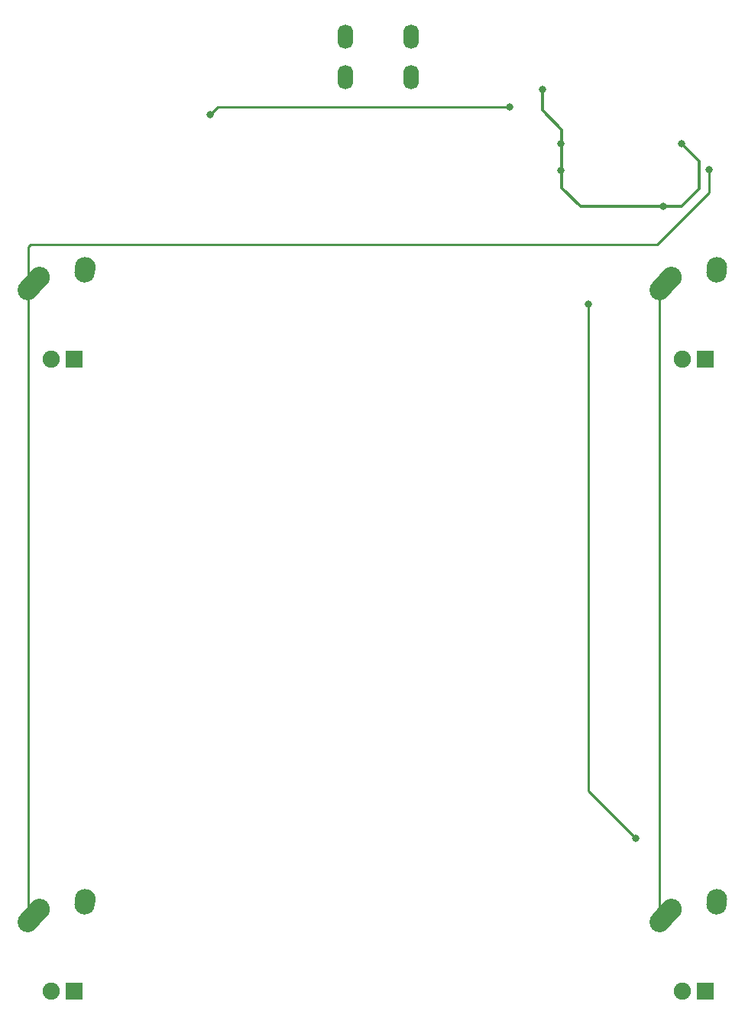
<source format=gbr>
%TF.GenerationSoftware,KiCad,Pcbnew,(6.0.7)*%
%TF.CreationDate,2022-11-22T16:32:00-03:00*%
%TF.ProjectId,BigKeysPCB,4269674b-6579-4735-9043-422e6b696361,rev?*%
%TF.SameCoordinates,Original*%
%TF.FileFunction,Copper,L1,Top*%
%TF.FilePolarity,Positive*%
%FSLAX46Y46*%
G04 Gerber Fmt 4.6, Leading zero omitted, Abs format (unit mm)*
G04 Created by KiCad (PCBNEW (6.0.7)) date 2022-11-22 16:32:00*
%MOMM*%
%LPD*%
G01*
G04 APERTURE LIST*
G04 Aperture macros list*
%AMHorizOval*
0 Thick line with rounded ends*
0 $1 width*
0 $2 $3 position (X,Y) of the first rounded end (center of the circle)*
0 $4 $5 position (X,Y) of the second rounded end (center of the circle)*
0 Add line between two ends*
20,1,$1,$2,$3,$4,$5,0*
0 Add two circle primitives to create the rounded ends*
1,1,$1,$2,$3*
1,1,$1,$4,$5*%
G04 Aperture macros list end*
%TA.AperFunction,ComponentPad*%
%ADD10HorizOval,2.250000X0.655001X0.730000X-0.655001X-0.730000X0*%
%TD*%
%TA.AperFunction,ComponentPad*%
%ADD11C,2.250000*%
%TD*%
%TA.AperFunction,ComponentPad*%
%ADD12HorizOval,2.250000X0.020000X0.290000X-0.020000X-0.290000X0*%
%TD*%
%TA.AperFunction,ComponentPad*%
%ADD13C,1.905000*%
%TD*%
%TA.AperFunction,ComponentPad*%
%ADD14R,1.905000X1.905000*%
%TD*%
%TA.AperFunction,ComponentPad*%
%ADD15O,1.700000X2.700000*%
%TD*%
%TA.AperFunction,ViaPad*%
%ADD16C,0.800000*%
%TD*%
%TA.AperFunction,Conductor*%
%ADD17C,0.304800*%
%TD*%
%TA.AperFunction,Conductor*%
%ADD18C,0.254000*%
%TD*%
G04 APERTURE END LIST*
D10*
%TO.P,MX4,1,COL*%
%TO.N,COL1*%
X172385001Y-139390000D03*
D11*
X173040000Y-138660000D03*
D12*
%TO.P,MX4,2,ROW*%
%TO.N,Net-(D4-Pad2)*%
X178060000Y-137870000D03*
D11*
X178080000Y-137580000D03*
D13*
%TO.P,MX4,3*%
%TO.N,N/C*%
X174270000Y-147740000D03*
D14*
%TO.P,MX4,4*%
X176810000Y-147740000D03*
%TD*%
D11*
%TO.P,MX2,1,COL*%
%TO.N,COL0*%
X103040000Y-138660000D03*
D10*
X102385001Y-139390000D03*
D12*
%TO.P,MX2,2,ROW*%
%TO.N,Net-(D2-Pad2)*%
X108060000Y-137870000D03*
D11*
X108080000Y-137580000D03*
D13*
%TO.P,MX2,3*%
%TO.N,N/C*%
X104270000Y-147740000D03*
D14*
%TO.P,MX2,4*%
X106810000Y-147740000D03*
%TD*%
D10*
%TO.P,MX3,1,COL*%
%TO.N,COL1*%
X172385001Y-69390000D03*
D11*
X173040000Y-68660000D03*
D12*
%TO.P,MX3,2,ROW*%
%TO.N,Net-(D3-Pad2)*%
X178060000Y-67870000D03*
D11*
X178080000Y-67580000D03*
D13*
%TO.P,MX3,3*%
%TO.N,N/C*%
X174270000Y-77740000D03*
D14*
%TO.P,MX3,4*%
X176810000Y-77740000D03*
%TD*%
D10*
%TO.P,MX1,1,COL*%
%TO.N,COL0*%
X102385001Y-69390000D03*
D11*
X103040000Y-68660000D03*
%TO.P,MX1,2,ROW*%
%TO.N,Net-(D1-Pad2)*%
X108080000Y-67580000D03*
D12*
X108060000Y-67870000D03*
D13*
%TO.P,MX1,3*%
%TO.N,N/C*%
X104270000Y-77740000D03*
D14*
%TO.P,MX1,4*%
X106810000Y-77740000D03*
%TD*%
D15*
%TO.P,USB1,6,SHIELD*%
%TO.N,GND*%
X136930500Y-42000000D03*
X144230500Y-42000000D03*
X136930500Y-46500000D03*
X144230500Y-46500000D03*
%TD*%
D16*
%TO.N,+5V*%
X174141000Y-53825481D03*
X160815526Y-56824981D03*
X172141000Y-60825481D03*
X160815526Y-53871981D03*
X158774185Y-47840962D03*
%TO.N,ROW1*%
X163862500Y-71608481D03*
X169069500Y-130790481D03*
%TO.N,COL0*%
X177197500Y-56733481D03*
%TO.N,Net-(R1-Pad2)*%
X121952500Y-50637481D03*
X155141000Y-49825481D03*
%TD*%
D17*
%TO.N,+5V*%
X158774185Y-47840962D02*
X158774185Y-50165666D01*
X158774185Y-50165666D02*
X160906000Y-52297481D01*
X160906000Y-52297481D02*
X160906000Y-54075481D01*
X176141000Y-58825481D02*
X176141000Y-55825481D01*
X172141000Y-60825481D02*
X174141000Y-60825481D01*
X160906000Y-58774481D02*
X162957000Y-60825481D01*
X160906000Y-56615481D02*
X160906000Y-58774481D01*
X160906000Y-53962455D02*
X160815526Y-53871981D01*
X160906000Y-54075481D02*
X160906000Y-53962455D01*
X160906000Y-56615481D02*
X160906000Y-56734507D01*
X176141000Y-55825481D02*
X174141000Y-53825481D01*
X160906000Y-54075481D02*
X160906000Y-56615481D01*
X160906000Y-56734507D02*
X160815526Y-56824981D01*
X162957000Y-60825481D02*
X172141000Y-60825481D01*
X174141000Y-60825481D02*
X176141000Y-58825481D01*
D18*
%TO.N,ROW1*%
X163862500Y-71608481D02*
X163862500Y-125583481D01*
X163862500Y-125583481D02*
X169069500Y-130790481D01*
%TO.N,COL0*%
X177197500Y-56733481D02*
X177197500Y-59289481D01*
X101730000Y-65287981D02*
X101730000Y-70120000D01*
X102013500Y-65004481D02*
X101730000Y-65287981D01*
X177197500Y-59289481D02*
X171482500Y-65004481D01*
X101730000Y-70120000D02*
X101730000Y-138470000D01*
X171482500Y-65004481D02*
X102013500Y-65004481D01*
%TO.N,COL1*%
X171730000Y-109444000D02*
X171730000Y-138470000D01*
X171730000Y-138470000D02*
X171540000Y-138660000D01*
X171730000Y-70120000D02*
X171730000Y-109444000D01*
%TO.N,Net-(R1-Pad2)*%
X122764500Y-49825481D02*
X121952500Y-50637481D01*
X155141000Y-49825481D02*
X122764500Y-49825481D01*
%TD*%
M02*

</source>
